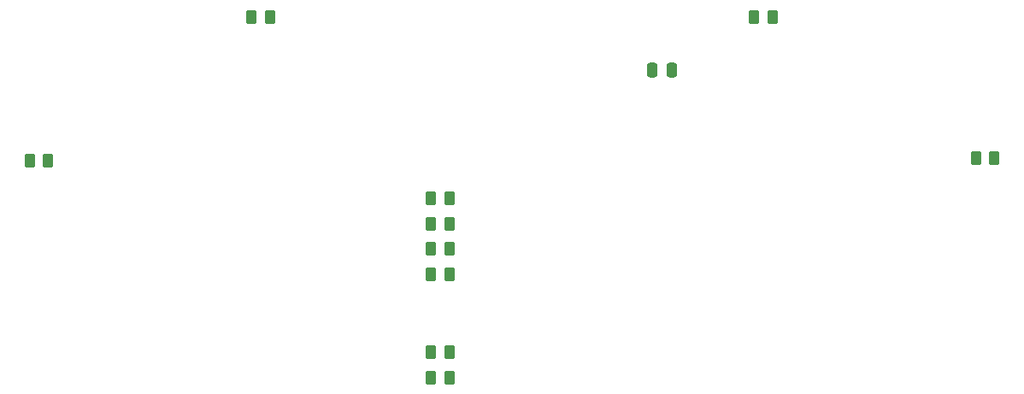
<source format=gtp>
%TF.GenerationSoftware,KiCad,Pcbnew,(6.0.9)*%
%TF.CreationDate,2023-07-24T19:50:03+10:00*%
%TF.ProjectId,Joysticks2.1,4a6f7973-7469-4636-9b73-322e312e6b69,rev?*%
%TF.SameCoordinates,PX3d09000PY568bc30*%
%TF.FileFunction,Paste,Top*%
%TF.FilePolarity,Positive*%
%FSLAX46Y46*%
G04 Gerber Fmt 4.6, Leading zero omitted, Abs format (unit mm)*
G04 Created by KiCad (PCBNEW (6.0.9)) date 2023-07-24 19:50:03*
%MOMM*%
%LPD*%
G01*
G04 APERTURE LIST*
G04 Aperture macros list*
%AMRoundRect*
0 Rectangle with rounded corners*
0 $1 Rounding radius*
0 $2 $3 $4 $5 $6 $7 $8 $9 X,Y pos of 4 corners*
0 Add a 4 corners polygon primitive as box body*
4,1,4,$2,$3,$4,$5,$6,$7,$8,$9,$2,$3,0*
0 Add four circle primitives for the rounded corners*
1,1,$1+$1,$2,$3*
1,1,$1+$1,$4,$5*
1,1,$1+$1,$6,$7*
1,1,$1+$1,$8,$9*
0 Add four rect primitives between the rounded corners*
20,1,$1+$1,$2,$3,$4,$5,0*
20,1,$1+$1,$4,$5,$6,$7,0*
20,1,$1+$1,$6,$7,$8,$9,0*
20,1,$1+$1,$8,$9,$2,$3,0*%
G04 Aperture macros list end*
%ADD10RoundRect,0.250000X-0.262500X-0.450000X0.262500X-0.450000X0.262500X0.450000X-0.262500X0.450000X0*%
%ADD11RoundRect,0.250000X-0.250000X-0.475000X0.250000X-0.475000X0.250000X0.475000X-0.250000X0.475000X0*%
%ADD12RoundRect,0.250000X0.262500X0.450000X-0.262500X0.450000X-0.262500X-0.450000X0.262500X-0.450000X0*%
G04 APERTURE END LIST*
D10*
%TO.C,R2*%
X-15662500Y-12000000D03*
X-13837500Y-12000000D03*
%TD*%
%TO.C,R8*%
X24087500Y-23250000D03*
X25912500Y-23250000D03*
%TD*%
%TO.C,R14*%
X24087500Y-33500000D03*
X25912500Y-33500000D03*
%TD*%
D11*
%TO.C,C1*%
X46050000Y-3000000D03*
X47950000Y-3000000D03*
%TD*%
D10*
%TO.C,R13*%
X24087500Y-31000000D03*
X25912500Y-31000000D03*
%TD*%
%TO.C,R4*%
X6337500Y2250000D03*
X8162500Y2250000D03*
%TD*%
%TO.C,R5*%
X24087500Y-15750000D03*
X25912500Y-15750000D03*
%TD*%
%TO.C,R6*%
X24087500Y-18250000D03*
X25912500Y-18250000D03*
%TD*%
D12*
%TO.C,R3*%
X79912500Y-11750000D03*
X78087500Y-11750000D03*
%TD*%
%TO.C,R1*%
X57912500Y2250000D03*
X56087500Y2250000D03*
%TD*%
D10*
%TO.C,R7*%
X24087500Y-20750000D03*
X25912500Y-20750000D03*
%TD*%
M02*

</source>
